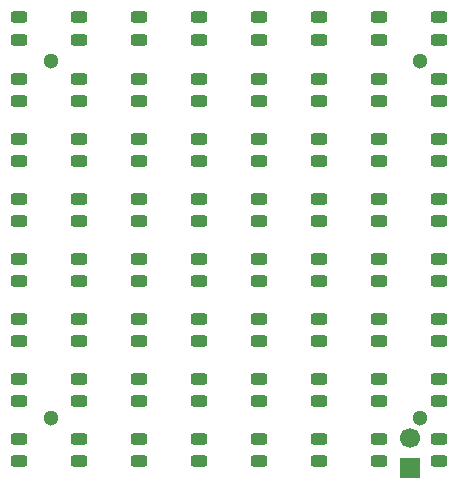
<source format=gbr>
%TF.GenerationSoftware,KiCad,Pcbnew,9.0.3*%
%TF.CreationDate,2025-10-09T23:36:15+02:00*%
%TF.ProjectId,ledkiv2,6c65646b-6976-4322-9e6b-696361645f70,rev?*%
%TF.SameCoordinates,Original*%
%TF.FileFunction,Soldermask,Top*%
%TF.FilePolarity,Negative*%
%FSLAX46Y46*%
G04 Gerber Fmt 4.6, Leading zero omitted, Abs format (unit mm)*
G04 Created by KiCad (PCBNEW 9.0.3) date 2025-10-09 23:36:15*
%MOMM*%
%LPD*%
G01*
G04 APERTURE LIST*
G04 Aperture macros list*
%AMRoundRect*
0 Rectangle with rounded corners*
0 $1 Rounding radius*
0 $2 $3 $4 $5 $6 $7 $8 $9 X,Y pos of 4 corners*
0 Add a 4 corners polygon primitive as box body*
4,1,4,$2,$3,$4,$5,$6,$7,$8,$9,$2,$3,0*
0 Add four circle primitives for the rounded corners*
1,1,$1+$1,$2,$3*
1,1,$1+$1,$4,$5*
1,1,$1+$1,$6,$7*
1,1,$1+$1,$8,$9*
0 Add four rect primitives between the rounded corners*
20,1,$1+$1,$2,$3,$4,$5,0*
20,1,$1+$1,$4,$5,$6,$7,0*
20,1,$1+$1,$6,$7,$8,$9,0*
20,1,$1+$1,$8,$9,$2,$3,0*%
G04 Aperture macros list end*
%ADD10C,1.300000*%
%ADD11R,1.700000X1.700000*%
%ADD12C,1.700000*%
%ADD13RoundRect,0.243750X-0.456250X0.243750X-0.456250X-0.243750X0.456250X-0.243750X0.456250X0.243750X0*%
G04 APERTURE END LIST*
D10*
%TO.C,*%
X150232000Y-81326000D03*
%TD*%
%TO.C,*%
X181474000Y-81326000D03*
%TD*%
%TO.C,*%
X181474000Y-111552000D03*
%TD*%
%TO.C,*%
X150232000Y-111552000D03*
%TD*%
D11*
%TO.C,e1*%
X180677000Y-115835000D03*
D12*
X180677000Y-113295000D03*
%TD*%
D13*
%TO.C,D59*%
X178045000Y-108280000D03*
X178045000Y-110155000D03*
%TD*%
%TO.C,D63*%
X178045000Y-113360000D03*
X178045000Y-115235000D03*
%TD*%
%TO.C,D7*%
X147565000Y-108280000D03*
X147565000Y-110155000D03*
%TD*%
%TO.C,D4*%
X147565000Y-93040000D03*
X147565000Y-94915000D03*
%TD*%
%TO.C,D40*%
X183125000Y-82880000D03*
X183125000Y-84755000D03*
%TD*%
%TO.C,D36*%
X183132608Y-77663506D03*
X183132608Y-79538506D03*
%TD*%
%TO.C,D61*%
X167885000Y-113360000D03*
X167885000Y-115235000D03*
%TD*%
%TO.C,D43*%
X178045000Y-87960000D03*
X178045000Y-89835000D03*
%TD*%
%TO.C,D23*%
X157725000Y-93040000D03*
X157725000Y-94915000D03*
%TD*%
%TO.C,D46*%
X172965000Y-93040000D03*
X172965000Y-94915000D03*
%TD*%
%TO.C,D26*%
X162805000Y-98120000D03*
X162805000Y-99995000D03*
%TD*%
%TO.C,D10*%
X152645000Y-82880000D03*
X152645000Y-84755000D03*
%TD*%
%TO.C,D58*%
X172965000Y-108280000D03*
X172965000Y-110155000D03*
%TD*%
%TO.C,D57*%
X167885000Y-108280000D03*
X167885000Y-110155000D03*
%TD*%
%TO.C,D21*%
X157725000Y-87960000D03*
X157725000Y-89835000D03*
%TD*%
%TO.C,D16*%
X152645000Y-113360000D03*
X152645000Y-115235000D03*
%TD*%
%TO.C,D35*%
X178052608Y-77663506D03*
X178052608Y-79538506D03*
%TD*%
%TO.C,D48*%
X183125000Y-93040000D03*
X183125000Y-94915000D03*
%TD*%
%TO.C,D56*%
X183125000Y-103200000D03*
X183125000Y-105075000D03*
%TD*%
%TO.C,D32*%
X162805000Y-113360000D03*
X162805000Y-115235000D03*
%TD*%
%TO.C,D18*%
X162812608Y-77663506D03*
X162812608Y-79538506D03*
%TD*%
%TO.C,D8*%
X147565000Y-113360000D03*
X147565000Y-115235000D03*
%TD*%
%TO.C,D22*%
X162805000Y-87960000D03*
X162805000Y-89835000D03*
%TD*%
%TO.C,D53*%
X167885000Y-103200000D03*
X167885000Y-105075000D03*
%TD*%
%TO.C,D3*%
X147565000Y-87960000D03*
X147565000Y-89835000D03*
%TD*%
%TO.C,D11*%
X152645000Y-87960000D03*
X152645000Y-89835000D03*
%TD*%
%TO.C,D1*%
X147572608Y-77663506D03*
X147572608Y-79538506D03*
%TD*%
%TO.C,D25*%
X157725000Y-98120000D03*
X157725000Y-99995000D03*
%TD*%
%TO.C,D42*%
X172965000Y-87960000D03*
X172965000Y-89835000D03*
%TD*%
%TO.C,D44*%
X183125000Y-87960000D03*
X183125000Y-89835000D03*
%TD*%
%TO.C,D29*%
X157725000Y-108280000D03*
X157725000Y-110155000D03*
%TD*%
%TO.C,D15*%
X152645000Y-108280000D03*
X152645000Y-110155000D03*
%TD*%
%TO.C,D9*%
X152652608Y-77663506D03*
X152652608Y-79538506D03*
%TD*%
%TO.C,D6*%
X147565000Y-103200000D03*
X147565000Y-105075000D03*
%TD*%
%TO.C,D60*%
X183125000Y-108280000D03*
X183125000Y-110155000D03*
%TD*%
%TO.C,D5*%
X147565000Y-98120000D03*
X147565000Y-99995000D03*
%TD*%
%TO.C,D64*%
X183125000Y-113360000D03*
X183125000Y-115235000D03*
%TD*%
%TO.C,D12*%
X152645000Y-93040000D03*
X152645000Y-94915000D03*
%TD*%
%TO.C,D2*%
X147565000Y-82880000D03*
X147565000Y-84755000D03*
%TD*%
%TO.C,D51*%
X178045000Y-98120000D03*
X178045000Y-99995000D03*
%TD*%
%TO.C,D24*%
X162805000Y-93040000D03*
X162805000Y-94915000D03*
%TD*%
%TO.C,D45*%
X167885000Y-93040000D03*
X167885000Y-94915000D03*
%TD*%
%TO.C,D28*%
X162805000Y-103200000D03*
X162805000Y-105075000D03*
%TD*%
%TO.C,D50*%
X172965000Y-98120000D03*
X172965000Y-99995000D03*
%TD*%
%TO.C,D20*%
X162805000Y-82880000D03*
X162805000Y-84755000D03*
%TD*%
%TO.C,D33*%
X167892608Y-77663506D03*
X167892608Y-79538506D03*
%TD*%
%TO.C,D19*%
X157725000Y-82880000D03*
X157725000Y-84755000D03*
%TD*%
%TO.C,D34*%
X172972608Y-77663506D03*
X172972608Y-79538506D03*
%TD*%
%TO.C,D38*%
X172965000Y-82880000D03*
X172965000Y-84755000D03*
%TD*%
%TO.C,D17*%
X157732608Y-77663506D03*
X157732608Y-79538506D03*
%TD*%
%TO.C,D14*%
X152645000Y-103200000D03*
X152645000Y-105075000D03*
%TD*%
%TO.C,D30*%
X162805000Y-108280000D03*
X162805000Y-110155000D03*
%TD*%
%TO.C,D39*%
X178045000Y-82880000D03*
X178045000Y-84755000D03*
%TD*%
%TO.C,D13*%
X152645000Y-98120000D03*
X152645000Y-99995000D03*
%TD*%
%TO.C,D52*%
X183125000Y-98120000D03*
X183125000Y-99995000D03*
%TD*%
%TO.C,D27*%
X157725000Y-103200000D03*
X157725000Y-105075000D03*
%TD*%
%TO.C,D54*%
X172965000Y-103200000D03*
X172965000Y-105075000D03*
%TD*%
%TO.C,D41*%
X167885000Y-87960000D03*
X167885000Y-89835000D03*
%TD*%
%TO.C,D37*%
X167885000Y-82880000D03*
X167885000Y-84755000D03*
%TD*%
%TO.C,D31*%
X157725000Y-113360000D03*
X157725000Y-115235000D03*
%TD*%
%TO.C,D47*%
X178045000Y-93040000D03*
X178045000Y-94915000D03*
%TD*%
%TO.C,D62*%
X172965000Y-113360000D03*
X172965000Y-115235000D03*
%TD*%
%TO.C,D49*%
X167885000Y-98120000D03*
X167885000Y-99995000D03*
%TD*%
%TO.C,D55*%
X178045000Y-103200000D03*
X178045000Y-105075000D03*
%TD*%
M02*

</source>
